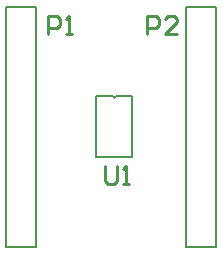
<source format=gto>
G04 Layer_Color=65535*
%FSLAX25Y25*%
%MOIN*%
G70*
G01*
G75*
%ADD13C,0.01000*%
%ADD18C,0.00787*%
D13*
X19000Y76000D02*
Y81998D01*
X21999D01*
X22999Y80998D01*
Y78999D01*
X21999Y77999D01*
X19000D01*
X24998Y76000D02*
X26997D01*
X25998D01*
Y81998D01*
X24998Y80998D01*
X52000Y76000D02*
Y81998D01*
X54999D01*
X55999Y80998D01*
Y78999D01*
X54999Y77999D01*
X52000D01*
X61997Y76000D02*
X57998D01*
X61997Y79999D01*
Y80998D01*
X60997Y81998D01*
X58998D01*
X57998Y80998D01*
X38000Y31998D02*
Y27000D01*
X39000Y26000D01*
X40999D01*
X41999Y27000D01*
Y31998D01*
X43998Y26000D02*
X45997D01*
X44998D01*
Y31998D01*
X43998Y30998D01*
D18*
X40384Y55236D02*
G03*
X41663Y55236I640J0D01*
G01*
X15000Y5000D02*
Y85000D01*
X5000D02*
X15000D01*
X5000Y5000D02*
Y85000D01*
Y5000D02*
X15000D01*
X75000D02*
Y85000D01*
X65000D02*
X75000D01*
X65000Y5000D02*
Y85000D01*
Y5000D02*
X75000D01*
X35000Y34764D02*
Y55236D01*
Y34764D02*
X47000D01*
Y55236D01*
X41663D02*
X47000D01*
X35000D02*
X40384D01*
M02*

</source>
